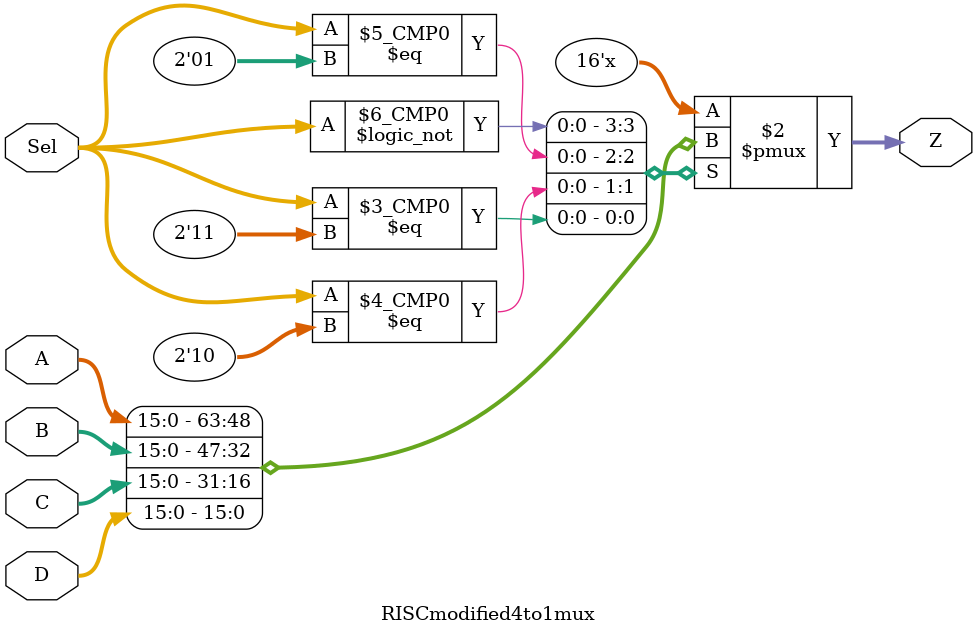
<source format=v>
`timescale 1ns / 1ps
module RISCmodified4to1mux(
    input [15:0] A,
    input [15:0] B,
    input [15:0] C,
    input [15:0] D,
    input [1:0]  Sel,
    output reg [15:0] Z
    );
	 
	always @(A or B or C or D or Sel)
		case (Sel)
			2'b00:	Z = A;
			2'b01:	Z = B;
			2'b10:	Z = C;
			2'b11:	Z = D;
		endcase	
		
endmodule

</source>
